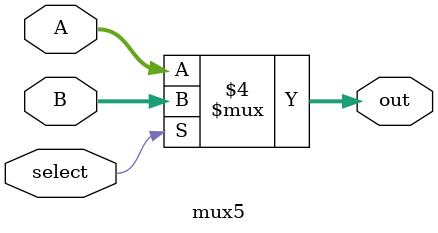
<source format=v>
module mux5(out, A, B, select);
	output reg [4:0] out;
	input [4:0] A,B;
	input select;
	
	always@(select or A or B) begin
		if(select == 1'b0)
			out = A;
		else out = B;
		end

endmodule
</source>
